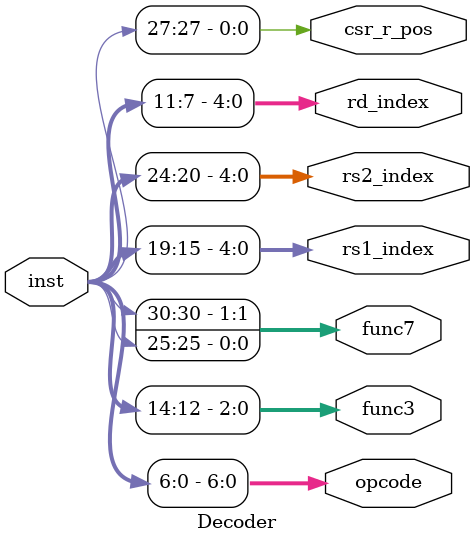
<source format=sv>
module Decoder (
    input           [31:0]  inst,
    output logic    [6:0]   opcode,     
    output logic    [2:0]   func3,
    output logic    [1:0]   func7,
    output logic    [4:0]   rs1_index,
    output logic    [4:0]   rs2_index,
    output logic    [4:0]   rd_index,
    output logic            csr_r_pos
);

    assign  opcode = inst[6:0];
    assign  func3 = inst[14:12];
    assign  func7 = {inst[30], inst[25]};
    assign  rs1_index = inst[19:15];
    assign  rs2_index = inst[24:20];
    assign  rd_index = inst[11:7];
    assign  csr_r_pos = inst[27];
    
endmodule
</source>
